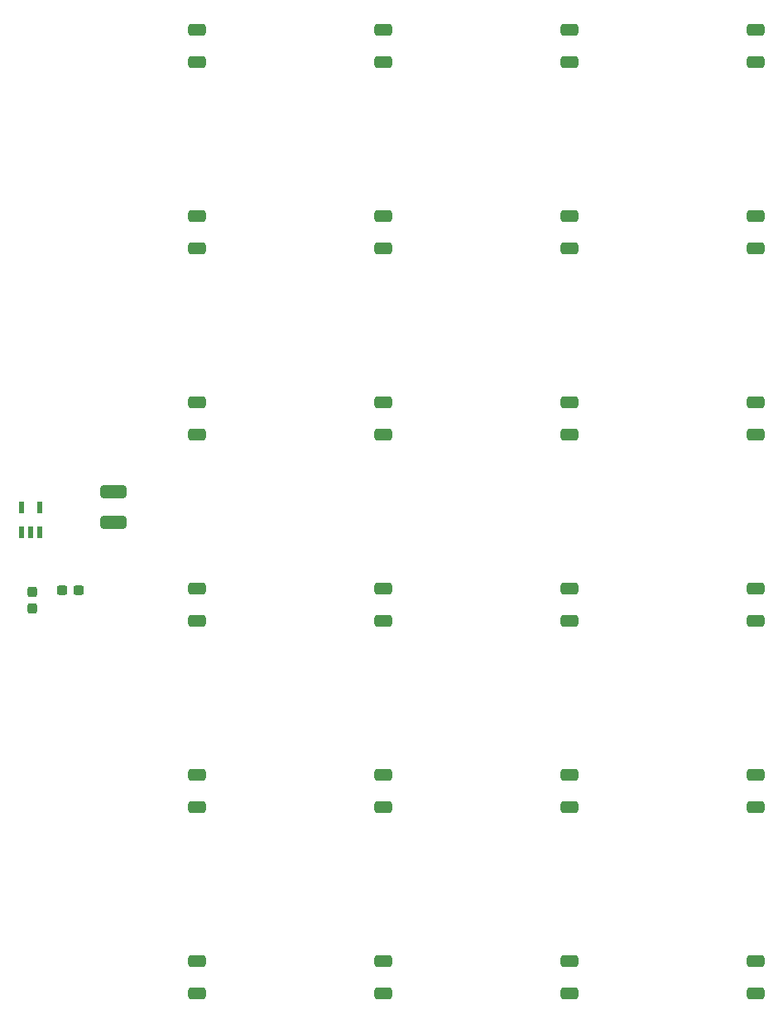
<source format=gbr>
%TF.GenerationSoftware,KiCad,Pcbnew,8.0.2*%
%TF.CreationDate,2024-06-24T21:48:59-04:00*%
%TF.ProjectId,MacroPad,4d616372-6f50-4616-942e-6b696361645f,rev?*%
%TF.SameCoordinates,Original*%
%TF.FileFunction,Paste,Top*%
%TF.FilePolarity,Positive*%
%FSLAX46Y46*%
G04 Gerber Fmt 4.6, Leading zero omitted, Abs format (unit mm)*
G04 Created by KiCad (PCBNEW 8.0.2) date 2024-06-24 21:48:59*
%MOMM*%
%LPD*%
G01*
G04 APERTURE LIST*
G04 Aperture macros list*
%AMRoundRect*
0 Rectangle with rounded corners*
0 $1 Rounding radius*
0 $2 $3 $4 $5 $6 $7 $8 $9 X,Y pos of 4 corners*
0 Add a 4 corners polygon primitive as box body*
4,1,4,$2,$3,$4,$5,$6,$7,$8,$9,$2,$3,0*
0 Add four circle primitives for the rounded corners*
1,1,$1+$1,$2,$3*
1,1,$1+$1,$4,$5*
1,1,$1+$1,$6,$7*
1,1,$1+$1,$8,$9*
0 Add four rect primitives between the rounded corners*
20,1,$1+$1,$2,$3,$4,$5,0*
20,1,$1+$1,$4,$5,$6,$7,0*
20,1,$1+$1,$6,$7,$8,$9,0*
20,1,$1+$1,$8,$9,$2,$3,0*%
G04 Aperture macros list end*
%ADD10RoundRect,0.237500X0.300000X0.237500X-0.300000X0.237500X-0.300000X-0.237500X0.300000X-0.237500X0*%
%ADD11RoundRect,0.237500X0.237500X-0.300000X0.237500X0.300000X-0.237500X0.300000X-0.237500X-0.300000X0*%
%ADD12RoundRect,0.300000X0.600000X-0.300000X0.600000X0.300000X-0.600000X0.300000X-0.600000X-0.300000X0*%
%ADD13R,0.558800X1.270000*%
%ADD14RoundRect,0.250000X-1.075000X0.400000X-1.075000X-0.400000X1.075000X-0.400000X1.075000X0.400000X0*%
G04 APERTURE END LIST*
D10*
%TO.C,C2*%
X92000000Y-116500000D03*
X90275000Y-116500000D03*
%TD*%
D11*
%TO.C,C1*%
X87275000Y-118362500D03*
X87275000Y-116637500D03*
%TD*%
D12*
%TO.C,D23*%
X142225000Y-157762500D03*
X142225000Y-154462500D03*
%TD*%
%TO.C,D24*%
X161275000Y-157762500D03*
X161275000Y-154462500D03*
%TD*%
%TO.C,D15*%
X142225000Y-119662500D03*
X142225000Y-116362500D03*
%TD*%
%TO.C,D5*%
X104125000Y-81562500D03*
X104125000Y-78262500D03*
%TD*%
%TO.C,D10*%
X123175000Y-100612500D03*
X123175000Y-97312500D03*
%TD*%
%TO.C,D3*%
X142225000Y-62512500D03*
X142225000Y-59212500D03*
%TD*%
%TO.C,D22*%
X123175000Y-157762500D03*
X123175000Y-154462500D03*
%TD*%
D13*
%TO.C,U4*%
X86120400Y-110590800D03*
X87060200Y-110590800D03*
X88000000Y-110590800D03*
X88000000Y-108000000D03*
X86120400Y-108000000D03*
%TD*%
D12*
%TO.C,D6*%
X123175000Y-81562500D03*
X123175000Y-78262500D03*
%TD*%
%TO.C,D9*%
X104125000Y-100612500D03*
X104125000Y-97312500D03*
%TD*%
%TO.C,D21*%
X104125000Y-157762500D03*
X104125000Y-154462500D03*
%TD*%
%TO.C,D8*%
X161275000Y-81562500D03*
X161275000Y-78262500D03*
%TD*%
%TO.C,D16*%
X161275000Y-119662500D03*
X161275000Y-116362500D03*
%TD*%
%TO.C,D7*%
X142225000Y-81562500D03*
X142225000Y-78262500D03*
%TD*%
%TO.C,D11*%
X142225000Y-100612500D03*
X142225000Y-97312500D03*
%TD*%
%TO.C,D20*%
X161275000Y-138712500D03*
X161275000Y-135412500D03*
%TD*%
%TO.C,D2*%
X123175000Y-62512500D03*
X123175000Y-59212500D03*
%TD*%
%TO.C,D17*%
X104125000Y-138712500D03*
X104125000Y-135412500D03*
%TD*%
%TO.C,D14*%
X123175000Y-119662500D03*
X123175000Y-116362500D03*
%TD*%
%TO.C,D18*%
X123175000Y-138712500D03*
X123175000Y-135412500D03*
%TD*%
%TO.C,D1*%
X104125000Y-62512500D03*
X104125000Y-59212500D03*
%TD*%
%TO.C,D19*%
X142225000Y-138712500D03*
X142225000Y-135412500D03*
%TD*%
%TO.C,D4*%
X161275000Y-62512500D03*
X161275000Y-59212500D03*
%TD*%
%TO.C,D13*%
X104125000Y-119662500D03*
X104125000Y-116362500D03*
%TD*%
D14*
%TO.C,R2*%
X95500000Y-106450000D03*
X95500000Y-109550000D03*
%TD*%
D12*
%TO.C,D12*%
X161275000Y-100612500D03*
X161275000Y-97312500D03*
%TD*%
M02*

</source>
